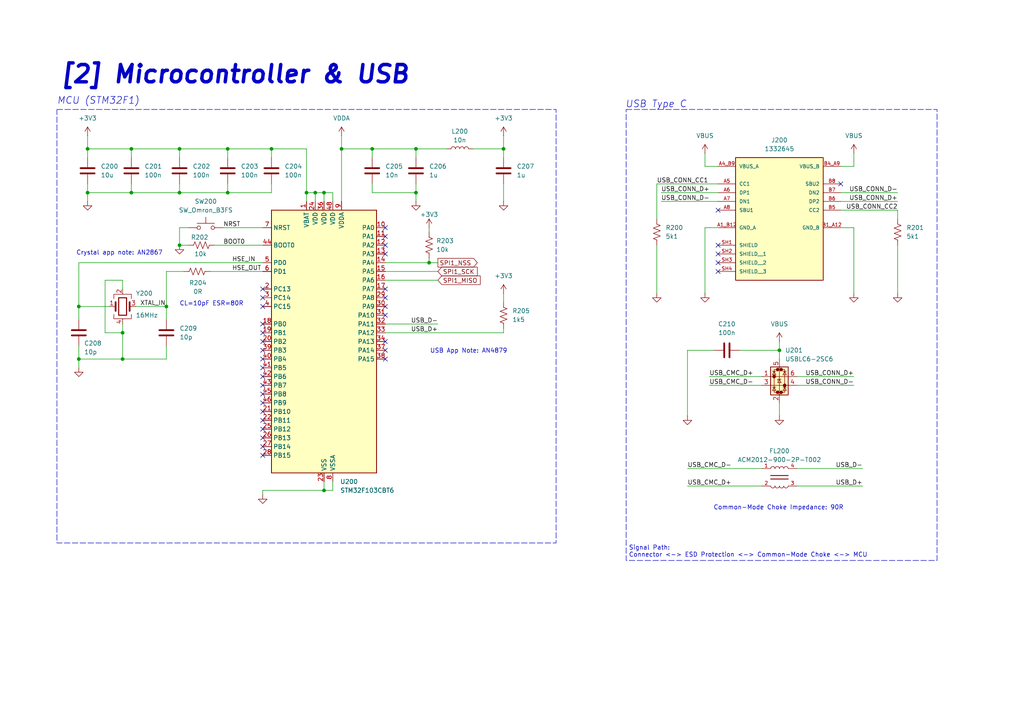
<source format=kicad_sch>
(kicad_sch (version 20250114) (generator "eeschema") (generator_version "9.0")
  (paper "A4")
  (title_block (title "MCU") (date "2025-02-21") (rev "-") (comment 1 "Josue Cavazos Jr."))
  (lib_symbols
    (symbol "CMC:ACM2012-900-2P-T002" (pin_names (offset 1.016))
      (property "Reference" "FL" (at -5.0849 5.0849 0))
      (property "Value" "ACM2012-900-2P-T002" (at -5.0939 -7.6409 0))
      (symbol "ACM2012-900-2P-T002_0_0"
        (arc (start -2.54 2.54) (mid -1.905 3.1147) (end -1.27 2.54) (stroke (width 0.1524)))
        (arc (start -1.27 -2.54) (mid -1.905 -3.1147) (end -2.54 -2.54) (stroke (width 0.1524)))
        (arc (start -1.27 2.54) (mid -0.635 3.1147) (end 0 2.54) (stroke (width 0.1524)))
        (arc (start 0 -2.54) (mid -0.635 -3.1147) (end -1.27 -2.54) (stroke (width 0.1524)))
        (arc (start 0 2.54) (mid 0.635 3.1147) (end 1.27 2.54) (stroke (width 0.1524)))
        (arc (start 1.27 -2.54) (mid 0.635 -3.1147) (end 0 -2.54) (stroke (width 0.1524)))
        (arc (start 1.27 2.54) (mid 1.905 3.1147) (end 2.54 2.54) (stroke (width 0.1524)))
        (arc (start 2.54 -2.54) (mid 1.905 -3.1147) (end 1.27 -2.54) (stroke (width 0.1524)))
        (polyline (pts (xy 2.54 0.508) (xy -2.54 0.508)) (stroke (width 0.254)))
        (polyline (pts (xy 2.54 -0.508) (xy -2.54 -0.508)) (stroke (width 0.254)))
        (pin passive line (at -5.08 2.54 0) (length 2.54) (name "~") (number "1"))
        (pin passive line (at -5.08 -2.54 0) (length 2.54) (name "~") (number "2"))
        (pin passive line (at 5.08 2.54 180) (length 2.54) (name "~") (number "4"))
        (pin passive line (at 5.08 -2.54 180) (length 2.54) (name "~") (number "3"))
      )
    )
    (symbol "Device:C" (pin_numbers (hide yes)) (pin_names (offset 0.254))
      (property "Reference" "C" (at 0.635 2.54 0))
      (property "Value" "C" (at 0.635 -2.54 0))
      (symbol "C_0_1"
        (polyline (pts (xy -2.032 0.762) (xy 2.032 0.762)) (stroke (width 0.508)))
        (polyline (pts (xy -2.032 -0.762) (xy 2.032 -0.762)) (stroke (width 0.508)))
      )
      (symbol "C_1_1"
        (pin passive line (at 0 3.81 270) (length 2.794) (name "~") (number "1"))
        (pin passive line (at 0 -3.81 90) (length 2.794) (name "~") (number "2"))
      )
    )
    (symbol "Device:Crystal_GND24" (pin_names (offset 1.016) (hide yes))
      (property "Reference" "Y" (at 3.175 5.08 0))
      (property "Value" "Crystal_GND24" (at 3.175 3.175 0))
      (symbol "Crystal_GND24_0_1"
        (polyline (pts (xy -2.54 2.286) (xy -2.54 3.556) (xy 2.54 3.556) (xy 2.54 2.286)))
        (polyline (pts (xy -2.54 0) (xy -2.032 0)))
        (polyline (pts (xy -2.54 -2.286) (xy -2.54 -3.556) (xy 2.54 -3.556) (xy 2.54 -2.286)))
        (polyline (pts (xy -2.032 -1.27) (xy -2.032 1.27)) (stroke (width 0.508)))
        (rectangle (start -1.143 2.54) (end 1.143 -2.54) (stroke (width 0.3048)))
        (polyline (pts (xy 0 3.556) (xy 0 3.81)))
        (polyline (pts (xy 0 -3.81) (xy 0 -3.556)))
        (polyline (pts (xy 2.032 0) (xy 2.54 0)))
        (polyline (pts (xy 2.032 -1.27) (xy 2.032 1.27)) (stroke (width 0.508)))
      )
      (symbol "Crystal_GND24_1_1"
        (pin passive line (at -3.81 0 0) (length 1.27) (name "1") (number "1"))
        (pin passive line (at 0 5.08 270) (length 1.27) (name "2") (number "2"))
        (pin passive line (at 0 -5.08 90) (length 1.27) (name "4") (number "4"))
        (pin passive line (at 3.81 0 180) (length 1.27) (name "3") (number "3"))
      )
    )
    (symbol "Device:L" (pin_numbers (hide yes)) (pin_names (offset 1.016) (hide yes))
      (property "Reference" "L" (at -1.27 0 90))
      (property "Value" "L" (at 1.905 0 90))
      (symbol "L_0_1"
        (arc (start 0 2.54) (mid 0.6323 1.905) (end 0 1.27))
        (arc (start 0 1.27) (mid 0.6323 0.635) (end 0 0))
        (arc (start 0 0) (mid 0.6323 -0.635) (end 0 -1.27))
        (arc (start 0 -1.27) (mid 0.6323 -1.905) (end 0 -2.54))
      )
      (symbol "L_1_1"
        (pin passive line (at 0 3.81 270) (length 1.27) (name "1") (number "1"))
        (pin passive line (at 0 -3.81 90) (length 1.27) (name "2") (number "2"))
      )
    )
    (symbol "Device:R_US" (pin_numbers (hide yes)) (pin_names (offset 0))
      (property "Reference" "R" (at 2.54 0 90))
      (property "Value" "R_US" (at -2.54 0 90))
      (symbol "R_US_0_1"
        (polyline (pts (xy 0 2.286) (xy 0 2.54)))
        (polyline (pts (xy 0 2.286) (xy 1.016 1.905) (xy 0 1.524) (xy -1.016 1.143) (xy 0 0.762)))
        (polyline (pts (xy 0 0.762) (xy 1.016 0.381) (xy 0 0) (xy -1.016 -0.381) (xy 0 -0.762)))
        (polyline (pts (xy 0 -0.762) (xy 1.016 -1.143) (xy 0 -1.524) (xy -1.016 -1.905) (xy 0 -2.286)))
        (polyline (pts (xy 0 -2.286) (xy 0 -2.54)))
      )
      (symbol "R_US_1_1"
        (pin passive line (at 0 3.81 270) (length 1.27) (name "~") (number "1"))
        (pin passive line (at 0 -3.81 90) (length 1.27) (name "~") (number "2"))
      )
    )
    (symbol "MCU_ST_STM32F1:STM32F103CBTx"
      (property "Reference" "U" (at -15.24 39.37 0))
      (property "Value" "STM32F103CBTx" (at 7.62 39.37 0))
      (symbol "STM32F103CBTx_0_1"
        (rectangle (start -15.24 -38.1) (end 15.24 38.1) (stroke (width 0.254)) (fill (type background)))
      )
      (symbol "STM32F103CBTx_1_1"
        (pin input line (at -17.78 33.02 0) (length 2.54) (name "NRST") (number "7"))
        (pin input line (at -17.78 27.94 0) (length 2.54) (name "BOOT0") (number "44"))
        (pin bidirectional line (at -17.78 22.86 0) (length 2.54) (name "PD0") (number "5"))
        (pin bidirectional line (at -17.78 20.32 0) (length 2.54) (name "PD1") (number "6"))
        (pin bidirectional line (at -17.78 15.24 0) (length 2.54) (name "PC13") (number "2"))
        (pin bidirectional line (at -17.78 12.7 0) (length 2.54) (name "PC14") (number "3"))
        (pin bidirectional line (at -17.78 10.16 0) (length 2.54) (name "PC15") (number "4"))
        (pin bidirectional line (at -17.78 5.08 0) (length 2.54) (name "PB0") (number "18"))
        (pin bidirectional line (at -17.78 2.54 0) (length 2.54) (name "PB1") (number "19"))
        (pin bidirectional line (at -17.78 0 0) (length 2.54) (name "PB2") (number "20"))
        (pin bidirectional line (at -17.78 -2.54 0) (length 2.54) (name "PB3") (number "39"))
        (pin bidirectional line (at -17.78 -5.08 0) (length 2.54) (name "PB4") (number "40"))
        (pin bidirectional line (at -17.78 -7.62 0) (length 2.54) (name "PB5") (number "41"))
        (pin bidirectional line (at -17.78 -10.16 0) (length 2.54) (name "PB6") (number "42"))
        (pin bidirectional line (at -17.78 -12.7 0) (length 2.54) (name "PB7") (number "43"))
        (pin bidirectional line (at -17.78 -15.24 0) (length 2.54) (name "PB8") (number "45"))
        (pin bidirectional line (at -17.78 -17.78 0) (length 2.54) (name "PB9") (number "46"))
        (pin bidirectional line (at -17.78 -20.32 0) (length 2.54) (name "PB10") (number "21"))
        (pin bidirectional line (at -17.78 -22.86 0) (length 2.54) (name "PB11") (number "22"))
        (pin bidirectional line (at -17.78 -25.4 0) (length 2.54) (name "PB12") (number "25"))
        (pin bidirectional line (at -17.78 -27.94 0) (length 2.54) (name "PB13") (number "26"))
        (pin bidirectional line (at -17.78 -30.48 0) (length 2.54) (name "PB14") (number "27"))
        (pin bidirectional line (at -17.78 -33.02 0) (length 2.54) (name "PB15") (number "28"))
        (pin power_in line (at -5.08 40.64 270) (length 2.54) (name "VBAT") (number "1"))
        (pin power_in line (at -2.54 40.64 270) (length 2.54) (name "VDD") (number "24"))
        (pin power_in line (at 0 40.64 270) (length 2.54) (name "VDD") (number "36"))
        (pin power_in line (at 0 -40.64 90) (length 2.54) (name "VSS") (number "23"))
        (pin passive line (at 0 -40.64 90) (length 2.54) (hide yes) (name "VSS") (number "35"))
        (pin passive line (at 0 -40.64 90) (length 2.54) (hide yes) (name "VSS") (number "47"))
        (pin power_in line (at 2.54 40.64 270) (length 2.54) (name "VDD") (number "48"))
        (pin power_in line (at 2.54 -40.64 90) (length 2.54) (name "VSSA") (number "8"))
        (pin power_in line (at 5.08 40.64 270) (length 2.54) (name "VDDA") (number "9"))
        (pin bidirectional line (at 17.78 33.02 180) (length 2.54) (name "PA0") (number "10"))
        (pin bidirectional line (at 17.78 30.48 180) (length 2.54) (name "PA1") (number "11"))
        (pin bidirectional line (at 17.78 27.94 180) (length 2.54) (name "PA2") (number "12"))
        (pin bidirectional line (at 17.78 25.4 180) (length 2.54) (name "PA3") (number "13"))
        (pin bidirectional line (at 17.78 22.86 180) (length 2.54) (name "PA4") (number "14"))
        (pin bidirectional line (at 17.78 20.32 180) (length 2.54) (name "PA5") (number "15"))
        (pin bidirectional line (at 17.78 17.78 180) (length 2.54) (name "PA6") (number "16"))
        (pin bidirectional line (at 17.78 15.24 180) (length 2.54) (name "PA7") (number "17"))
        (pin bidirectional line (at 17.78 12.7 180) (length 2.54) (name "PA8") (number "29"))
        (pin bidirectional line (at 17.78 10.16 180) (length 2.54) (name "PA9") (number "30"))
        (pin bidirectional line (at 17.78 7.62 180) (length 2.54) (name "PA10") (number "31"))
        (pin bidirectional line (at 17.78 5.08 180) (length 2.54) (name "PA11") (number "32"))
        (pin bidirectional line (at 17.78 2.54 180) (length 2.54) (name "PA12") (number "33"))
        (pin bidirectional line (at 17.78 0 180) (length 2.54) (name "PA13") (number "34"))
        (pin bidirectional line (at 17.78 -2.54 180) (length 2.54) (name "PA14") (number "37"))
        (pin bidirectional line (at 17.78 -5.08 180) (length 2.54) (name "PA15") (number "38"))
      )
    )
    (symbol "Power_Protection:USBLC6-2SC6" (pin_names (hide yes))
      (property "Reference" "U" (at 0.635 5.715 0))
      (property "Value" "USBLC6-2SC6" (at 0.635 3.81 0))
      (symbol "USBLC6-2SC6_0_0"
        (circle (center -1.524 0) (radius 0.0001) (stroke (width 0.508)))
        (circle (center -0.508 2.032) (radius 0.0001) (stroke (width 0.508)))
        (circle (center -0.508 -4.572) (radius 0.0001) (stroke (width 0.508)))
        (circle (center 0.508 2.032) (radius 0.0001) (stroke (width 0.508)))
        (circle (center 0.508 -4.572) (radius 0.0001) (stroke (width 0.508)))
        (circle (center 1.524 -2.54) (radius 0.0001) (stroke (width 0.508)))
      )
      (symbol "USBLC6-2SC6_0_1"
        (polyline (pts (xy -2.54 0) (xy 2.54 0)))
        (polyline (pts (xy -2.54 -2.54) (xy 2.54 -2.54)))
        (polyline (pts (xy -2.032 0.508) (xy -1.016 0.508) (xy -1.524 1.524) (xy -2.032 0.508)))
        (polyline (pts (xy -2.032 -3.048) (xy -1.016 -3.048)))
        (polyline (pts (xy -1.016 1.524) (xy -2.032 1.524)))
        (polyline (pts (xy -1.016 -4.064) (xy -2.032 -4.064) (xy -1.524 -3.048) (xy -1.016 -4.064)))
        (polyline (pts (xy -0.508 -1.143) (xy -0.508 -0.762) (xy 0.508 -0.762)))
        (polyline (pts (xy 0 2.54) (xy -0.508 2.032) (xy 0.508 2.032) (xy 0 1.524) (xy 0 -4.064) (xy -0.508 -4.572) (xy 0.508 -4.572) (xy 0 -5.08)))
        (polyline (pts (xy 0.508 -1.778) (xy -0.508 -1.778) (xy 0 -0.762) (xy 0.508 -1.778)))
        (polyline (pts (xy 1.016 1.524) (xy 2.032 1.524)))
        (polyline (pts (xy 1.016 -3.048) (xy 2.032 -3.048)))
        (polyline (pts (xy 2.032 0.508) (xy 1.016 0.508) (xy 1.524 1.524) (xy 2.032 0.508)))
        (polyline (pts (xy 2.032 -4.064) (xy 1.016 -4.064) (xy 1.524 -3.048) (xy 2.032 -4.064)))
      )
      (symbol "USBLC6-2SC6_1_1"
        (rectangle (start -2.54 2.794) (end 2.54 -5.334) (stroke (width 0.254)) (fill (type background)))
        (polyline (pts (xy -0.508 2.032) (xy -1.524 2.032) (xy -1.524 -4.572) (xy -0.508 -4.572)))
        (polyline (pts (xy 0.508 -4.572) (xy 1.524 -4.572) (xy 1.524 2.032) (xy 0.508 2.032)))
        (pin passive line (at -5.08 0 0) (length 2.54) (name "I/O1") (number "1"))
        (pin passive line (at -5.08 -2.54 0) (length 2.54) (name "I/O2") (number "3"))
        (pin passive line (at 0 5.08 270) (length 2.54) (name "VBUS") (number "5"))
        (pin passive line (at 0 -7.62 90) (length 2.54) (name "GND") (number "2"))
        (pin passive line (at 5.08 0 180) (length 2.54) (name "I/O1") (number "6"))
        (pin passive line (at 5.08 -2.54 180) (length 2.54) (name "I/O2") (number "4"))
      )
    )
    (symbol "Switch:SW_Omron_B3FS" (pin_numbers (hide yes)) (pin_names (offset 1.016) (hide yes))
      (property "Reference" "SW" (at 1.27 2.54 0))
      (property "Value" "SW_Omron_B3FS" (at 0 -1.524 0))
      (symbol "SW_Omron_B3FS_0_1"
        (circle (center -2.032 0) (radius 0.508))
        (polyline (pts (xy 0 1.27) (xy 0 3.048)))
        (circle (center 2.032 0) (radius 0.508))
        (polyline (pts (xy 2.54 1.27) (xy -2.54 1.27)))
        (pin passive line (at -5.08 0 0) (length 2.54) (name "1") (number "1"))
        (pin passive line (at 5.08 0 180) (length 2.54) (name "2") (number "2"))
      )
    )
    (symbol "USB-C:1332645" (pin_names (offset 1.016))
      (property "Reference" "J" (at -12.7 13.462 0))
      (property "Value" "1332645" (at -12.7 -25.4 0))
      (symbol "1332645_0_0"
        (rectangle (start -12.7 -22.86) (end 12.7 12.7) (stroke (width 0.254)) (fill (type background)))
        (pin power_in line (at -17.78 10.16 0) (length 5.08) (name "VBUS_A") (number "A4_B9"))
        (pin bidirectional line (at -17.78 5.08 0) (length 5.08) (name "CC1") (number "A5"))
        (pin bidirectional line (at -17.78 2.54 0) (length 5.08) (name "DP1") (number "A6"))
        (pin bidirectional line (at -17.78 0 0) (length 5.08) (name "DN1") (number "A7"))
        (pin bidirectional line (at -17.78 -2.54 0) (length 5.08) (name "SBU1") (number "A8"))
        (pin power_in line (at -17.78 -7.62 0) (length 5.08) (name "GND_A") (number "A1_B12"))
        (pin passive line (at -17.78 -12.7 0) (length 5.08) (name "SHIELD") (number "SH1"))
        (pin passive line (at -17.78 -15.24 0) (length 5.08) (name "SHIELD__1") (number "SH2"))
        (pin passive line (at -17.78 -17.78 0) (length 5.08) (name "SHIELD__2") (number "SH3"))
        (pin passive line (at -17.78 -20.32 0) (length 5.08) (name "SHIELD__3") (number "SH4"))
        (pin power_in line (at 17.78 10.16 180) (length 5.08) (name "VBUS_B") (number "B4_A9"))
        (pin bidirectional line (at 17.78 5.08 180) (length 5.08) (name "SBU2") (number "B8"))
        (pin bidirectional line (at 17.78 2.54 180) (length 5.08) (name "DN2") (number "B7"))
        (pin bidirectional line (at 17.78 0 180) (length 5.08) (name "DP2") (number "B6"))
        (pin bidirectional line (at 17.78 -2.54 180) (length 5.08) (name "CC2") (number "B5"))
        (pin power_in line (at 17.78 -7.62 180) (length 5.08) (name "GND_B") (number "B1_A12"))
      )
    )
    (symbol "power:+3V3" (power) (pin_numbers (hide yes)) (pin_names (offset 0) (hide yes))
      (property "Value" "+3V3" (at 0 3.556 0))
      (symbol "+3V3_0_1"
        (polyline (pts (xy -0.762 1.27) (xy 0 2.54)))
        (polyline (pts (xy 0 2.54) (xy 0.762 1.27)))
        (polyline (pts (xy 0 0) (xy 0 2.54)))
      )
      (symbol "+3V3_1_1"
        (pin power_in line (at 0 0 90) (length 0) (name "~") (number "1"))
      )
    )
    (symbol "power:GND" (power) (pin_numbers (hide yes)) (pin_names (offset 0) (hide yes))
      (property "Value" "GND" (at 0 -3.81 0))
      (symbol "GND_0_1"
        (polyline (pts (xy 0 0) (xy 0 -1.27) (xy 1.27 -1.27) (xy 0 -2.54) (xy -1.27 -1.27) (xy 0 -1.27)))
      )
      (symbol "GND_1_1"
        (pin power_in line (at 0 0 270) (length 0) (name "~") (number "1"))
      )
    )
    (symbol "power:VBUS" (power) (pin_numbers (hide yes)) (pin_names (offset 0) (hide yes))
      (property "Value" "VBUS" (at 0 3.556 0))
      (symbol "VBUS_0_1"
        (polyline (pts (xy -0.762 1.27) (xy 0 2.54)))
        (polyline (pts (xy 0 2.54) (xy 0.762 1.27)))
        (polyline (pts (xy 0 0) (xy 0 2.54)))
      )
      (symbol "VBUS_1_1"
        (pin power_in line (at 0 0 90) (length 0) (name "~") (number "1"))
      )
    )
    (symbol "power:VDDA" (power) (pin_numbers (hide yes)) (pin_names (offset 0) (hide yes))
      (property "Value" "VDDA" (at 0 3.556 0))
      (symbol "VDDA_0_1"
        (polyline (pts (xy -0.762 1.27) (xy 0 2.54)))
        (polyline (pts (xy 0 2.54) (xy 0.762 1.27)))
        (polyline (pts (xy 0 0) (xy 0 2.54)))
      )
      (symbol "VDDA_1_1"
        (pin power_in line (at 0 0 90) (length 0) (name "~") (number "1"))
      )
    )
  )
  (rectangle (start 181.61 31.75) (end 271.78 162.56) (stroke (width 0) (type dash)))
  (rectangle (start 16.51 31.75) (end 161.29 157.48) (stroke (width 0) (type dash)))
  (text "Common-Mode Choke Impedance: 90R" (at 225.806 147.32 0) (effects (font (size 1.27 1.27))))
  (text "CL=10pF ESR=80R" (at 52.07 88.9 0) (effects (font (size 1.27 1.27)) (justify left bottom)))
  (text "USB Type C" (at 181.356 31.496 0) (effects (font (size 2.0066 2.0066) (italic yes)) (justify left bottom)))
  (text "Signal Path:\nConnector <-> ESD Protection <-> Common-Mode Choke <-> MCU" (at 182.372 160.02 0) (effects (font (size 1.27 1.27)) (justify left)))
  (text "Crystal app note: AN2867" (at 22.098 74.168 0) (effects (font (size 1.27 1.27)) (justify left bottom)))
  (text "[2] Microcontroller & USB" (at 17.272 24.638 0) (effects (font (size 5.0038 5.0038) (thickness 1.0008) (bold yes) (italic yes)) (justify left bottom)))
  (text "USB App Note: AN4879" (at 124.714 102.616 0) (effects (font (size 1.27 1.27)) (justify left bottom)))
  (text "MCU (STM32F1)" (at 16.51 30.48 0) (effects (font (size 2.0066 2.0066) (italic yes)) (justify left bottom)))
  (junction (at 38.1 55.88))
  (junction (at 52.07 71.12))
  (junction (at 99.06 43.18))
  (junction (at 22.86 104.14))
  (junction (at 107.95 43.18))
  (junction (at 48.26 88.9))
  (junction (at 25.4 55.88))
  (junction (at 120.65 55.88))
  (junction (at 66.04 55.88))
  (junction (at 124.46 76.2))
  (junction (at 35.56 104.14))
  (junction (at 52.07 55.88))
  (junction (at 22.86 88.9))
  (junction (at 25.4 43.18))
  (junction (at 88.9 55.88))
  (junction (at 226.06 101.6))
  (junction (at 78.74 43.18))
  (junction (at 120.65 43.18))
  (junction (at 38.1 43.18))
  (junction (at 93.98 55.88))
  (junction (at 93.98 142.24))
  (junction (at 52.07 43.18))
  (junction (at 66.04 43.18))
  (junction (at 146.05 43.18))
  (junction (at 35.56 96.52))
  (junction (at 91.44 55.88))
  (no_connect (at 76.2 104.14))
  (no_connect (at 76.2 86.36))
  (no_connect (at 76.2 129.54))
  (no_connect (at 76.2 121.92))
  (no_connect (at 111.76 66.04))
  (no_connect (at 76.2 119.38))
  (no_connect (at 111.76 104.14))
  (no_connect (at 76.2 106.68))
  (no_connect (at 76.2 109.22))
  (no_connect (at 111.76 91.44))
  (no_connect (at 76.2 83.82))
  (no_connect (at 76.2 127))
  (no_connect (at 111.76 86.36))
  (no_connect (at 111.76 68.58))
  (no_connect (at 208.28 76.2))
  (no_connect (at 76.2 116.84))
  (no_connect (at 243.84 53.34))
  (no_connect (at 208.28 78.74))
  (no_connect (at 208.28 71.12))
  (no_connect (at 111.76 83.82))
  (no_connect (at 76.2 93.98))
  (no_connect (at 76.2 88.9))
  (no_connect (at 76.2 124.46))
  (no_connect (at 111.76 101.6))
  (no_connect (at 76.2 111.76))
  (no_connect (at 208.28 60.96))
  (no_connect (at 111.76 71.12))
  (no_connect (at 76.2 101.6))
  (no_connect (at 111.76 73.66))
  (no_connect (at 111.76 88.9))
  (no_connect (at 111.76 99.06))
  (no_connect (at 76.2 132.08))
  (no_connect (at 76.2 114.3))
  (no_connect (at 76.2 99.06))
  (no_connect (at 208.28 73.66))
  (no_connect (at 76.2 96.52))
  (wire (pts (xy 66.04 43.18) (xy 78.74 43.18)))
  (wire (pts (xy 96.52 139.7) (xy 96.52 142.24)))
  (wire (pts (xy 88.9 55.88) (xy 91.44 55.88)))
  (wire (pts (xy 226.06 99.06) (xy 226.06 101.6)))
  (wire (pts (xy 199.39 135.89) (xy 220.98 135.89)))
  (wire (pts (xy 38.1 43.18) (xy 52.07 43.18)))
  (wire (pts (xy 226.06 101.6) (xy 226.06 104.14)))
  (wire (pts (xy 22.86 76.2) (xy 22.86 88.9)))
  (wire (pts (xy 231.14 140.97) (xy 250.19 140.97)))
  (wire (pts (xy 231.14 109.22) (xy 247.65 109.22)))
  (wire (pts (xy 35.56 104.14) (xy 48.26 104.14)))
  (wire (pts (xy 66.04 53.34) (xy 66.04 55.88)))
  (wire (pts (xy 137.16 43.18) (xy 146.05 43.18)))
  (wire (pts (xy 120.65 45.72) (xy 120.65 43.18)))
  (wire (pts (xy 204.47 85.09) (xy 204.47 66.04)))
  (wire (pts (xy 190.5 63.5) (xy 190.5 53.34)))
  (wire (pts (xy 247.65 44.45) (xy 247.65 48.26)))
  (wire (pts (xy 247.65 48.26) (xy 243.84 48.26)))
  (wire (pts (xy 64.77 66.04) (xy 76.2 66.04)))
  (wire (pts (xy 199.39 120.65) (xy 199.39 101.6)))
  (wire (pts (xy 60.96 78.74) (xy 76.2 78.74)))
  (wire (pts (xy 66.04 43.18) (xy 66.04 45.72)))
  (wire (pts (xy 25.4 55.88) (xy 38.1 55.88)))
  (wire (pts (xy 99.06 58.42) (xy 99.06 43.18)))
  (wire (pts (xy 204.47 48.26) (xy 204.47 44.45)))
  (wire (pts (xy 190.5 53.34) (xy 208.28 53.34)))
  (wire (pts (xy 38.1 43.18) (xy 38.1 45.72)))
  (wire (pts (xy 146.05 39.37) (xy 146.05 43.18)))
  (wire (pts (xy 124.46 66.04) (xy 124.46 67.31)))
  (wire (pts (xy 120.65 43.18) (xy 129.54 43.18)))
  (wire (pts (xy 25.4 43.18) (xy 38.1 43.18)))
  (wire (pts (xy 22.86 104.14) (xy 22.86 100.33)))
  (wire (pts (xy 120.65 53.34) (xy 120.65 55.88)))
  (wire (pts (xy 48.26 88.9) (xy 39.37 88.9)))
  (wire (pts (xy 124.46 74.93) (xy 124.46 76.2)))
  (wire (pts (xy 111.76 76.2) (xy 124.46 76.2)))
  (wire (pts (xy 48.26 78.74) (xy 48.26 88.9)))
  (wire (pts (xy 260.35 63.5) (xy 260.35 60.96)))
  (wire (pts (xy 52.07 53.34) (xy 52.07 55.88)))
  (wire (pts (xy 96.52 58.42) (xy 96.52 55.88)))
  (wire (pts (xy 146.05 85.09) (xy 146.05 87.63)))
  (wire (pts (xy 76.2 142.24) (xy 76.2 143.51)))
  (wire (pts (xy 191.77 58.42) (xy 208.28 58.42)))
  (wire (pts (xy 35.56 81.28) (xy 30.48 81.28)))
  (wire (pts (xy 146.05 95.25) (xy 146.05 96.52)))
  (wire (pts (xy 124.46 76.2) (xy 127 76.2)))
  (wire (pts (xy 52.07 66.04) (xy 52.07 71.12)))
  (wire (pts (xy 22.86 88.9) (xy 31.75 88.9)))
  (wire (pts (xy 25.4 53.34) (xy 25.4 55.88)))
  (wire (pts (xy 93.98 142.24) (xy 76.2 142.24)))
  (wire (pts (xy 78.74 43.18) (xy 78.74 45.72)))
  (wire (pts (xy 190.5 71.12) (xy 190.5 85.09)))
  (wire (pts (xy 247.65 66.04) (xy 243.84 66.04)))
  (wire (pts (xy 54.61 66.04) (xy 52.07 66.04)))
  (wire (pts (xy 93.98 55.88) (xy 96.52 55.88)))
  (wire (pts (xy 111.76 81.28) (xy 127 81.28)))
  (wire (pts (xy 205.74 109.22) (xy 220.98 109.22)))
  (wire (pts (xy 93.98 142.24) (xy 96.52 142.24)))
  (wire (pts (xy 22.86 92.71) (xy 22.86 88.9)))
  (wire (pts (xy 52.07 55.88) (xy 66.04 55.88)))
  (wire (pts (xy 247.65 85.09) (xy 247.65 66.04)))
  (wire (pts (xy 243.84 58.42) (xy 260.35 58.42)))
  (wire (pts (xy 48.26 92.71) (xy 48.26 88.9)))
  (wire (pts (xy 111.76 93.98) (xy 127 93.98)))
  (wire (pts (xy 30.48 96.52) (xy 35.56 96.52)))
  (wire (pts (xy 22.86 76.2) (xy 76.2 76.2)))
  (wire (pts (xy 204.47 66.04) (xy 208.28 66.04)))
  (wire (pts (xy 78.74 53.34) (xy 78.74 55.88)))
  (wire (pts (xy 88.9 55.88) (xy 88.9 43.18)))
  (wire (pts (xy 48.26 104.14) (xy 48.26 100.33)))
  (wire (pts (xy 93.98 58.42) (xy 93.98 55.88)))
  (wire (pts (xy 78.74 43.18) (xy 88.9 43.18)))
  (wire (pts (xy 146.05 43.18) (xy 146.05 45.72)))
  (wire (pts (xy 243.84 55.88) (xy 260.35 55.88)))
  (wire (pts (xy 226.06 116.84) (xy 226.06 120.65)))
  (wire (pts (xy 208.28 48.26) (xy 204.47 48.26)))
  (wire (pts (xy 22.86 106.68) (xy 22.86 104.14)))
  (wire (pts (xy 231.14 135.89) (xy 250.19 135.89)))
  (wire (pts (xy 91.44 55.88) (xy 93.98 55.88)))
  (wire (pts (xy 99.06 43.18) (xy 107.95 43.18)))
  (wire (pts (xy 146.05 53.34) (xy 146.05 58.42)))
  (wire (pts (xy 62.23 71.12) (xy 76.2 71.12)))
  (wire (pts (xy 38.1 55.88) (xy 52.07 55.88)))
  (wire (pts (xy 52.07 71.12) (xy 54.61 71.12)))
  (wire (pts (xy 35.56 83.82) (xy 35.56 81.28)))
  (wire (pts (xy 78.74 55.88) (xy 66.04 55.88)))
  (wire (pts (xy 30.48 81.28) (xy 30.48 96.52)))
  (wire (pts (xy 205.74 111.76) (xy 220.98 111.76)))
  (wire (pts (xy 107.95 53.34) (xy 107.95 55.88)))
  (wire (pts (xy 52.07 43.18) (xy 52.07 45.72)))
  (wire (pts (xy 260.35 60.96) (xy 243.84 60.96)))
  (wire (pts (xy 38.1 53.34) (xy 38.1 55.88)))
  (wire (pts (xy 35.56 93.98) (xy 35.56 96.52)))
  (wire (pts (xy 99.06 39.37) (xy 99.06 43.18)))
  (wire (pts (xy 107.95 55.88) (xy 120.65 55.88)))
  (wire (pts (xy 214.63 101.6) (xy 226.06 101.6)))
  (wire (pts (xy 107.95 43.18) (xy 120.65 43.18)))
  (wire (pts (xy 25.4 55.88) (xy 25.4 58.42)))
  (wire (pts (xy 52.07 43.18) (xy 66.04 43.18)))
  (wire (pts (xy 199.39 140.97) (xy 220.98 140.97)))
  (wire (pts (xy 53.34 78.74) (xy 48.26 78.74)))
  (wire (pts (xy 120.65 55.88) (xy 120.65 58.42)))
  (wire (pts (xy 88.9 58.42) (xy 88.9 55.88)))
  (wire (pts (xy 191.77 55.88) (xy 208.28 55.88)))
  (wire (pts (xy 199.39 101.6) (xy 207.01 101.6)))
  (wire (pts (xy 260.35 71.12) (xy 260.35 85.09)))
  (wire (pts (xy 93.98 139.7) (xy 93.98 142.24)))
  (wire (pts (xy 111.76 96.52) (xy 146.05 96.52)))
  (wire (pts (xy 231.14 111.76) (xy 247.65 111.76)))
  (wire (pts (xy 22.86 104.14) (xy 35.56 104.14)))
  (wire (pts (xy 25.4 39.37) (xy 25.4 43.18)))
  (wire (pts (xy 35.56 96.52) (xy 35.56 104.14)))
  (wire (pts (xy 111.76 78.74) (xy 127 78.74)))
  (wire (pts (xy 25.4 45.72) (xy 25.4 43.18)))
  (wire (pts (xy 91.44 58.42) (xy 91.44 55.88)))
  (wire (pts (xy 107.95 43.18) (xy 107.95 45.72)))
  (label "USB_CMC_D+" (at 205.74 109.22 0))
  (label "USB_CONN_CC1" (at 190.5 53.34 0))
  (label "USB_D+" (at 250.19 140.97 180))
  (label "USB_D-" (at 250.19 135.89 180))
  (label "USB_CMC_D-" (at 205.74 111.76 0))
  (label "USB_CONN_D+" (at 247.65 109.22 180))
  (label "NRST" (at 64.77 66.04 0))
  (label "USB_CONN_D+" (at 191.77 55.88 0))
  (label "USB_CONN_D-" (at 191.77 58.42 0))
  (label "XTAL_IN" (at 40.64 88.9 0))
  (label "USB_CONN_D-" (at 247.65 111.76 180))
  (label "USB_CONN_D-" (at 260.35 55.88 180))
  (label "USB_CONN_CC2" (at 260.35 60.96 180))
  (label "HSE_OUT" (at 67.31 78.74 0))
  (label "USB_CMC_D+" (at 199.39 140.97 0))
  (label "USB_CMC_D-" (at 199.39 135.89 0))
  (label "USB_CONN_D+" (at 260.35 58.42 180))
  (label "BOOT0" (at 64.77 71.12 0))
  (label "USB_D-" (at 127 93.98 180))
  (label "HSE_IN" (at 67.31 76.2 0))
  (label "USB_D+" (at 127 96.52 180))
  (global_label "SPI1_NSS" (shape output) (at 127 76.2 0) (property "Intersheetrefs" "${INTERSHEET_REFS}" (effects (hide yes))))
  (global_label "SPI1_MISO" (shape input) (at 127 81.28 0) (property "Intersheetrefs" "${INTERSHEET_REFS}" (effects (hide yes))))
  (global_label "SPI1_SCK" (shape input) (at 127 78.74 0) (property "Intersheetrefs" "${INTERSHEET_REFS}" (effects (hide yes))))
  (symbol (lib_id "Device:C") (at 146.05 49.53 0) (unit 1)
    (property "Reference" "C207" (at 149.86 48.2599 0) (effects (justify left)))
    (property "Value" "1u" (at 149.86 50.7999 0) (effects (justify left)))
    (property "Footprint" "Capacitor_SMD:C_0603_1608Metric_Pad1.08x0.95mm_HandSolder" (effects (hide yes)))
    (property "Description" "Unpolarized capacitor" (effects (hide yes)))
  )
  (symbol (lib_id "power:VBUS") (at 247.65 44.45 0) (unit 1)
    (property "Reference" "#PWR0204" (effects (hide yes)))
    (property "Value" "VBUS" (at 247.65 39.37 0))
    (property "Description" "Power symbol creates a global label with name \"VBUS\"" (effects (hide yes)))
  )
  (symbol (lib_id "power:GND") (at 25.4 58.42 0) (unit 1)
    (property "Reference" "#PWR0205" (effects (hide yes)))
    (property "Value" "GND" (effects (hide yes)))
    (property "Description" "Power symbol creates a global label with name \"GND\" , ground" (effects (hide yes)))
  )
  (symbol (lib_id "Device:R_US") (at 58.42 71.12 90) (unit 1)
    (property "Reference" "R202" (at 57.912 68.834 90))
    (property "Value" "10k" (at 58.166 73.66 90))
    (property "Footprint" "Resistor_SMD:R_0603_1608Metric_Pad0.98x0.95mm_HandSolder" (effects (hide yes)))
    (property "Description" "Resistor, US symbol" (effects (hide yes)))
  )
  (symbol (lib_id "Device:R_US") (at 190.5 67.31 0) (unit 1)
    (property "Reference" "R200" (at 193.04 66.0399 0) (effects (justify left)))
    (property "Value" "5k1" (at 193.04 68.5799 0) (effects (justify left)))
    (property "Footprint" "Resistor_SMD:R_0603_1608Metric_Pad0.98x0.95mm_HandSolder" (effects (hide yes)))
    (property "Description" "Resistor, US symbol" (effects (hide yes)))
  )
  (symbol (lib_id "power:+3V3") (at 146.05 39.37 0) (unit 1)
    (property "Reference" "#PWR0202" (effects (hide yes)))
    (property "Value" "+3V3" (at 146.05 34.29 0))
    (property "Description" "Power symbol creates a global label with name \"+3V3\"" (effects (hide yes)))
  )
  (symbol (lib_id "Device:L") (at 133.35 43.18 90) (unit 1)
    (property "Reference" "L200" (at 133.35 38.1 90))
    (property "Value" "10n" (at 133.35 40.64 90))
    (property "Footprint" "Inductor_SMD:L_0603_1608Metric_Pad1.05x0.95mm_HandSolder" (effects (hide yes)))
    (property "Description" "Inductor" (effects (hide yes)))
  )
  (symbol (lib_id "power:+3V3") (at 146.05 85.09 0) (unit 1)
    (property "Reference" "#PWR0210" (effects (hide yes)))
    (property "Value" "+3V3" (at 146.05 80.01 0))
    (property "Description" "Power symbol creates a global label with name \"+3V3\"" (effects (hide yes)))
  )
  (symbol (lib_id "Device:C") (at 38.1 49.53 0) (unit 1)
    (property "Reference" "C201" (at 41.91 48.2599 0) (effects (justify left)))
    (property "Value" "100n" (at 41.91 50.7999 0) (effects (justify left)))
    (property "Footprint" "Capacitor_SMD:C_0603_1608Metric_Pad1.08x0.95mm_HandSolder" (effects (hide yes)))
    (property "Description" "Unpolarized capacitor" (effects (hide yes)))
  )
  (symbol (lib_id "Power_Protection:USBLC6-2SC6") (at 226.06 109.22 0) (unit 1)
    (property "Reference" "U201" (at 227.7111 101.6 0) (effects (justify left)))
    (property "Value" "USBLC6-2SC6" (at 227.7111 104.14 0) (effects (justify left)))
    (property "Footprint" "Package_TO_SOT_SMD:SOT-23-6" (effects (hide yes)))
    (property "Datasheet" "https://www.st.com/resource/en/datasheet/usblc6-2.pdf" (effects (hide yes)))
    (property "Description" "Very low capacitance ESD protection diode, 2 data-line, SOT-23-6" (effects (hide yes)))
  )
  (symbol (lib_id "Device:C") (at 52.07 49.53 0) (unit 1)
    (property "Reference" "C202" (at 55.88 48.2599 0) (effects (justify left)))
    (property "Value" "100n" (at 55.88 50.7999 0) (effects (justify left)))
    (property "Footprint" "Capacitor_SMD:C_0603_1608Metric_Pad1.08x0.95mm_HandSolder" (effects (hide yes)))
    (property "Description" "Unpolarized capacitor" (effects (hide yes)))
  )
  (symbol (lib_id "USB-C:1332645") (at 226.06 58.42 0) (unit 1)
    (property "Reference" "J200" (at 226.06 40.64 0))
    (property "Value" "1332645" (at 226.06 43.18 0))
    (property "Footprint" "USB-C:PHOENIX_1332645" (effects (hide yes)))
    (property "PARTREV" "17.01.2022" (effects (hide yes)))
    (property "STANDARD" "Manufacturer Recommendations" (effects (hide yes)))
    (property "MAXIMUM_PACKAGE_HEIGHT" "3.26mm" (effects (hide yes)))
    (property "MANUFACTURER" "Phoenix Contact" (effects (hide yes)))
  )
  (symbol (lib_id "Device:R_US") (at 57.15 78.74 270) (unit 1)
    (property "Reference" "R204" (at 57.404 82.042 90))
    (property "Value" "0R" (at 57.404 84.582 90))
    (property "Footprint" "Resistor_SMD:R_0603_1608Metric_Pad0.98x0.95mm_HandSolder" (effects (hide yes)))
    (property "Description" "Resistor, US symbol" (effects (hide yes)))
  )
  (symbol (lib_id "Switch:SW_Omron_B3FS") (at 59.69 66.04 0) (unit 1)
    (property "Reference" "SW200" (at 59.69 58.42 0))
    (property "Value" "SW_Omron_B3FS" (at 59.69 60.96 0))
    (property "Footprint" "Button_Switch_THT:SW_PUSH_6mm" (effects (hide yes)))
    (property "Datasheet" "https://omronfs.omron.com/en_US/ecb/products/pdf/en-b3fs.pdf" (effects (hide yes)))
    (property "Description" "Omron B3FS 6x6mm single pole normally-open tactile switch" (effects (hide yes)))
  )
  (symbol (lib_id "Device:C") (at 66.04 49.53 0) (unit 1)
    (property "Reference" "C203" (at 69.85 48.2599 0) (effects (justify left)))
    (property "Value" "100n" (at 69.85 50.7999 0) (effects (justify left)))
    (property "Footprint" "Capacitor_SMD:C_0603_1608Metric_Pad1.08x0.95mm_HandSolder" (effects (hide yes)))
    (property "Description" "Unpolarized capacitor" (effects (hide yes)))
  )
  (symbol (lib_id "power:GND") (at 76.2 143.51 0) (unit 1)
    (property "Reference" "#PWR0220" (effects (hide yes)))
    (property "Value" "GND" (effects (hide yes)))
    (property "Description" "Power symbol creates a global label with name \"GND\" , ground" (effects (hide yes)))
  )
  (symbol (lib_id "CMC:ACM2012-900-2P-T002") (at 226.06 138.43 0) (unit 1)
    (property "Reference" "FL200" (at 226.06 130.81 0))
    (property "Value" "ACM2012-900-2P-T002" (at 226.06 133.35 0))
    (property "Footprint" "CMC:FIL_ACM2012-900-2P-T002" (effects (hide yes)))
    (property "MANUFACTURER" "TDK" (effects (hide yes)))
  )
  (symbol (lib_id "Device:C") (at 107.95 49.53 0) (unit 1)
    (property "Reference" "C205" (at 111.76 48.2599 0) (effects (justify left)))
    (property "Value" "10n" (at 111.76 50.7999 0) (effects (justify left)))
    (property "Footprint" "Capacitor_SMD:C_0603_1608Metric_Pad1.08x0.95mm_HandSolder" (effects (hide yes)))
    (property "Description" "Unpolarized capacitor" (effects (hide yes)))
  )
  (symbol (lib_id "Device:R_US") (at 260.35 67.31 0) (unit 1)
    (property "Reference" "R201" (at 262.89 66.0399 0) (effects (justify left)))
    (property "Value" "5k1" (at 262.89 68.5799 0) (effects (justify left)))
    (property "Footprint" "Resistor_SMD:R_0603_1608Metric_Pad0.98x0.95mm_HandSolder" (effects (hide yes)))
    (property "Description" "Resistor, US symbol" (effects (hide yes)))
  )
  (symbol (lib_id "Device:R_US") (at 124.46 71.12 180) (unit 1)
    (property "Reference" "R203" (at 126.5229 69.8499 0) (effects (justify right)))
    (property "Value" "10k" (at 126.5229 72.3899 0) (effects (justify right)))
    (property "Footprint" "Resistor_SMD:R_0603_1608Metric_Pad0.98x0.95mm_HandSolder" (effects (hide yes)))
    (property "Description" "Resistor, US symbol" (effects (hide yes)))
  )
  (symbol (lib_id "power:GND") (at 146.05 58.42 0) (unit 1)
    (property "Reference" "#PWR0207" (effects (hide yes)))
    (property "Value" "GND" (effects (hide yes)))
    (property "Description" "Power symbol creates a global label with name \"GND\" , ground" (effects (hide yes)))
  )
  (symbol (lib_id "Device:R_US") (at 146.05 91.44 0) (unit 1)
    (property "Reference" "R205" (at 148.59 90.1699 0) (effects (justify left)))
    (property "Value" "1k5" (at 148.59 92.7099 0) (effects (justify left)))
    (property "Footprint" "Resistor_SMD:R_0603_1608Metric_Pad0.98x0.95mm_HandSolder" (effects (hide yes)))
    (property "Description" "Resistor, US symbol" (effects (hide yes)))
  )
  (symbol (lib_id "power:GND") (at 52.07 71.12 0) (unit 1)
    (property "Reference" "#PWR0209" (effects (hide yes)))
    (property "Value" "GND" (effects (hide yes)))
    (property "Description" "Power symbol creates a global label with name \"GND\" , ground" (effects (hide yes)))
  )
  (symbol (lib_id "Device:C") (at 22.86 96.52 0) (unit 1)
    (property "Reference" "C208" (at 24.384 99.568 0) (effects (justify left)))
    (property "Value" "10p" (at 24.384 102.108 0) (effects (justify left)))
    (property "Footprint" "Capacitor_SMD:C_0402_1005Metric_Pad0.74x0.62mm_HandSolder" (effects (hide yes)))
  )
  (symbol (lib_id "Device:C") (at 48.26 96.52 0) (unit 1)
    (property "Reference" "C209" (at 52.07 95.25 0) (effects (justify left)))
    (property "Value" "10p" (at 52.07 97.79 0) (effects (justify left)))
    (property "Footprint" "Capacitor_SMD:C_0402_1005Metric_Pad0.74x0.62mm_HandSolder" (effects (hide yes)))
  )
  (symbol (lib_id "power:VBUS") (at 204.47 44.45 0) (unit 1)
    (property "Reference" "#PWR0203" (effects (hide yes)))
    (property "Value" "VBUS" (at 204.47 39.37 0))
    (property "Description" "Power symbol creates a global label with name \"VBUS\"" (effects (hide yes)))
  )
  (symbol (lib_id "power:GND") (at 190.5 85.09 0) (unit 1)
    (property "Reference" "#PWR0211" (effects (hide yes)))
    (property "Value" "GND" (effects (hide yes)))
    (property "Description" "Power symbol creates a global label with name \"GND\" , ground" (effects (hide yes)))
  )
  (symbol (lib_id "Device:C") (at 210.82 101.6 270) (unit 1)
    (property "Reference" "C210" (at 210.82 93.98 90))
    (property "Value" "100n" (at 210.82 96.52 90))
    (property "Footprint" "Capacitor_SMD:C_0603_1608Metric_Pad1.08x0.95mm_HandSolder" (effects (hide yes)))
    (property "Description" "Unpolarized capacitor" (effects (hide yes)))
  )
  (symbol (lib_id "Device:C") (at 120.65 49.53 0) (unit 1)
    (property "Reference" "C206" (at 124.46 48.2599 0) (effects (justify left)))
    (property "Value" "1u" (at 124.46 50.7999 0) (effects (justify left)))
    (property "Footprint" "Capacitor_SMD:C_0603_1608Metric_Pad1.08x0.95mm_HandSolder" (effects (hide yes)))
    (property "Description" "Unpolarized capacitor" (effects (hide yes)))
  )
  (symbol (lib_id "power:GND") (at 120.65 58.42 0) (unit 1)
    (property "Reference" "#PWR0206" (effects (hide yes)))
    (property "Value" "GND" (effects (hide yes)))
    (property "Description" "Power symbol creates a global label with name \"GND\" , ground" (effects (hide yes)))
  )
  (symbol (lib_id "Device:C") (at 25.4 49.53 0) (unit 1)
    (property "Reference" "C200" (at 29.21 48.2599 0) (effects (justify left)))
    (property "Value" "10u" (at 29.21 50.7999 0) (effects (justify left)))
    (property "Footprint" "Capacitor_SMD:C_0603_1608Metric_Pad1.08x0.95mm_HandSolder" (effects (hide yes)))
    (property "Description" "Unpolarized capacitor" (effects (hide yes)))
  )
  (symbol (lib_id "Device:C") (at 78.74 49.53 0) (unit 1)
    (property "Reference" "C204" (at 82.55 48.2599 0) (effects (justify left)))
    (property "Value" "100n" (at 82.55 50.7999 0) (effects (justify left)))
    (property "Footprint" "Capacitor_SMD:C_0603_1608Metric_Pad1.08x0.95mm_HandSolder" (effects (hide yes)))
    (property "Description" "Unpolarized capacitor" (effects (hide yes)))
  )
  (symbol (lib_id "MCU_ST_STM32F1:STM32F103CBTx") (at 93.98 99.06 0) (unit 1)
    (property "Reference" "U200" (at 98.6633 139.7 0) (effects (justify left)))
    (property "Value" "STM32F103CBT6" (at 98.6633 142.24 0) (effects (justify left)))
    (property "Footprint" "Package_QFP:LQFP-48_7x7mm_P0.5mm" (effects (hide yes)))
    (property "Datasheet" "https://www.st.com/resource/en/datasheet/stm32f103cb.pdf" (effects (hide yes)))
    (property "Description" "STMicroelectronics Arm Cortex-M3 MCU, 128KB flash, 20KB RAM, 72 MHz, 2.0-3.6V, 37 GPIO, LQFP48" (effects (hide yes)))
  )
  (symbol (lib_id "power:VBUS") (at 226.06 99.06 0) (unit 1)
    (property "Reference" "#PWR0215" (effects (hide yes)))
    (property "Value" "VBUS" (at 226.06 93.98 0))
    (property "Description" "Power symbol creates a global label with name \"VBUS\"" (effects (hide yes)))
  )
  (symbol (lib_id "power:GND") (at 247.65 85.09 0) (unit 1)
    (property "Reference" "#PWR0213" (effects (hide yes)))
    (property "Value" "GND" (effects (hide yes)))
    (property "Description" "Power symbol creates a global label with name \"GND\" , ground" (effects (hide yes)))
  )
  (symbol (lib_id "Device:Crystal_GND24") (at 35.56 88.9 0) (unit 1)
    (property "Reference" "Y200" (at 39.37 85.09 0) (effects (justify left)))
    (property "Value" "16MHz" (at 39.37 91.44 0) (effects (justify left)))
    (property "Footprint" "Crystal:Crystal_SMD_3225-4Pin_3.2x2.5mm" (effects (hide yes)))
  )
  (symbol (lib_id "power:GND") (at 260.35 85.09 0) (unit 1)
    (property "Reference" "#PWR0214" (effects (hide yes)))
    (property "Value" "GND" (effects (hide yes)))
    (property "Description" "Power symbol creates a global label with name \"GND\" , ground" (effects (hide yes)))
  )
  (symbol (lib_id "power:+3V3") (at 25.4 39.37 0) (unit 1)
    (property "Reference" "#PWR0200" (effects (hide yes)))
    (property "Value" "+3V3" (at 25.4 34.29 0))
    (property "Description" "Power symbol creates a global label with name \"+3V3\"" (effects (hide yes)))
  )
  (symbol (lib_id "power:GND") (at 226.06 120.65 0) (unit 1)
    (property "Reference" "#PWR0219" (effects (hide yes)))
    (property "Value" "GND" (effects (hide yes)))
    (property "Description" "Power symbol creates a global label with name \"GND\" , ground" (effects (hide yes)))
  )
  (symbol (lib_id "power:GND") (at 22.86 106.68 0) (unit 1)
    (property "Reference" "#PWR0216" (effects (hide yes)))
    (property "Value" "GND" (effects (hide yes)))
  )
  (symbol (lib_id "power:+3V3") (at 124.46 66.04 0) (unit 1)
    (property "Reference" "#PWR0208" (effects (hide yes)))
    (property "Value" "+3V3" (at 124.46 62.23 0))
  )
  (symbol (lib_id "power:VDDA") (at 99.06 39.37 0) (unit 1)
    (property "Reference" "#PWR0201" (effects (hide yes)))
    (property "Value" "VDDA" (at 99.06 34.29 0))
    (property "Description" "Power symbol creates a global label with name \"VDDA\"" (effects (hide yes)))
  )
  (symbol (lib_id "power:GND") (at 199.39 120.65 0) (unit 1)
    (property "Reference" "#PWR0218" (effects (hide yes)))
    (property "Value" "GND" (effects (hide yes)))
    (property "Description" "Power symbol creates a global label with name \"GND\" , ground" (effects (hide yes)))
  )
  (symbol (lib_id "power:GND") (at 204.47 85.09 0) (unit 1)
    (property "Reference" "#PWR0212" (effects (hide yes)))
    (property "Value" "GND" (effects (hide yes)))
    (property "Description" "Power symbol creates a global label with name \"GND\" , ground" (effects (hide yes)))
  )
)
</source>
